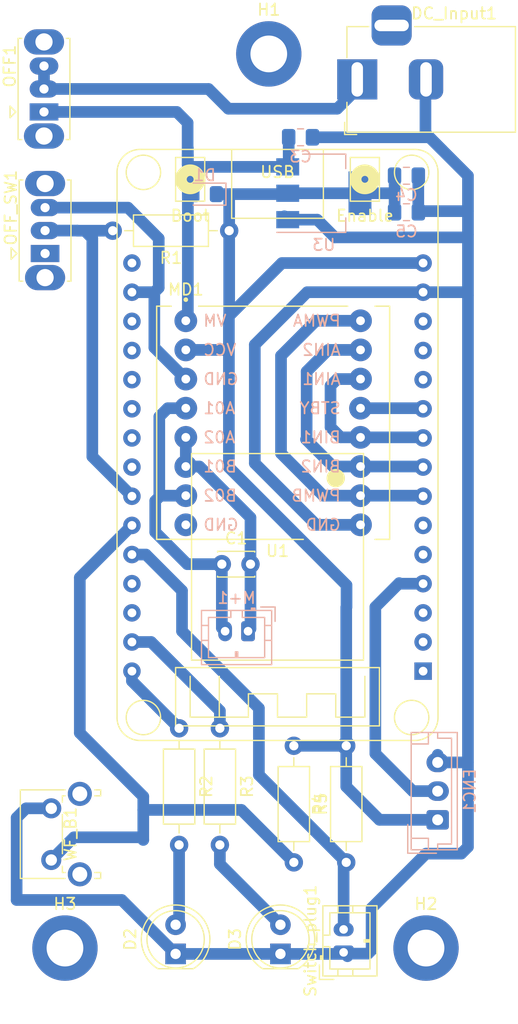
<source format=kicad_pcb>
(kicad_pcb (version 20211014) (generator pcbnew)
  (layers (0 "F.Cu" signal) (31 "B.Cu" signal) (34 "B.Paste" user) (35 "F.Paste" user) (36 "B.SilkS" user "B.Silkscreen") (37 "F.SilkS" user "F.Silkscreen") (38 "B.Mask" user) (39 "F.Mask" user) (44 "Edge.Cuts" user))
  (net 0 "")
  (net 1 "M+")
  (net 2 "M-")
  (net 3 "GND")
  (net 4 "/LedAct")
  (net 5 "/LedWifi")
  (net 6 "Net-(DC_Input1-Pad1)")
  (net 7 "+BATT")
  (net 8 "Net-(D2-Pad2)")
  (net 9 "+5V")
  (net 10 "Net-(D3-Pad2)")
  (net 16 "/Encoder")
  (net 17 "/Demo_SW")
  (net 21 "+3V3")
  (net 25 "/STBY")
  (net 26 "/AI1")
  (net 27 "/AI2")
  (net 28 "/PWMA")
  (net 34 "/EndSwitch")
  (net 35 "/WF_Button")
  (footprint "Button_Switch_THT:SW_Slide_1P2T_CK_OS102011MS2Q" (layer "F.Cu") (at 101.8975 90.356 90)
    (fp_text reference "OFF_SW1" (at 3.99 -2.99 90) (layer "F.SilkS"))
    (fp_text value "ON_SW")
    (fp_line (start -2.41 -2.26) (end 6.41 -2.26) (layer "F.SilkS") (width 0.12))
    (fp_line (start 0.5 -2.96) (end -0.5 -2.96) (layer "F.SilkS") (width 0.12))
    (fp_line (start -2.41 2.26) (end -2.41 1.95) (layer "F.SilkS") (width 0.12))
    (fp_line (start 6.41 2.26) (end 6.41 1.95) (layer "F.SilkS") (width 0.12))
    (fp_line (start 0 -2.46) (end 0.5 -2.96) (layer "F.SilkS") (width 0.12))
    (fp_line (start 6.41 2.26) (end -2.41 2.26) (layer "F.SilkS") (width 0.12))
    (fp_line (start -2.41 -1.95) (end -2.41 -2.26) (layer "F.SilkS") (width 0.12))
    (fp_line (start -0.5 -2.96) (end 0 -2.46) (layer "F.SilkS") (width 0.12))
    (fp_line (start 6.41 -2.26) (end 6.41 -1.95) (layer "F.SilkS") (width 0.12))
    (pad "" thru_hole oval (at -2.1 0 90) (size 2.2 3.5) (drill 1.5) (layers *.Cu *.Mask))
    (pad "" thru_hole oval (at 6.1 0 90) (size 2.2 3.5) (drill 1.5) (layers *.Cu *.Mask))
    (pad "1" thru_hole rect (at 0 0 90) (size 1.5 2.5) (drill 0.8) (layers *.Cu *.Mask))
    (pad "2" thru_hole oval (at 2 0 90) (size 1.5 2.5) (drill 0.8) (layers *.Cu *.Mask) (net 17 "/Demo_SW"))
    (pad "3" thru_hole oval (at 4 0 90) (size 1.5 2.5) (drill 0.8) (layers *.Cu *.Mask) (net 3 "GND"))
  )
  (footprint "Resistor_THT:R_Axial_DIN0207_L6.3mm_D2.5mm_P10.16mm_Horizontal" (layer "F.Cu") (at 117.1448 131.7244 -90)
    (fp_text reference "R3" (at 5.08 -2.37 90) (layer "F.SilkS"))
    (fp_text value "82")
    (fp_line (start 8.35 -1.37) (end 1.81 -1.37) (layer "F.SilkS") (width 0.12))
    (fp_line (start 9.12 0) (end 8.35 0) (layer "F.SilkS") (width 0.12))
    (fp_line (start 8.35 1.37) (end 8.35 -1.37) (layer "F.SilkS") (width 0.12))
    (fp_line (start 1.81 1.37) (end 8.35 1.37) (layer "F.SilkS") (width 0.12))
    (fp_line (start 1.81 -1.37) (end 1.81 1.37) (layer "F.SilkS") (width 0.12))
    (fp_line (start 1.04 0) (end 1.81 0) (layer "F.SilkS") (width 0.12))
    (pad "1" thru_hole circle (at 0 0 270) (size 1.6 1.6) (drill 0.8) (layers *.Cu *.Mask) (net 5 "/LedWifi"))
    (pad "2" thru_hole oval (at 10.16 0 270) (size 1.6 1.6) (drill 0.8) (layers *.Cu *.Mask) (net 10 "Net-(D3-Pad2)"))
  )
  (footprint "Resistor_THT:R_Axial_DIN0207_L6.3mm_D2.5mm_P10.16mm_Horizontal" (layer "F.Cu") (at 128.1684 143.4084 90)
    (fp_text reference "R4" (at 5.08 -2.37 90) (layer "F.SilkS"))
    (fp_text value "82")
    (fp_line (start 9.12 0) (end 8.35 0) (layer "F.SilkS") (width 0.12))
    (fp_line (start 8.35 1.37) (end 8.35 -1.37) (layer "F.SilkS") (width 0.12))
    (fp_line (start 1.81 1.37) (end 8.35 1.37) (layer "F.SilkS") (width 0.12))
    (fp_line (start 8.35 -1.37) (end 1.81 -1.37) (layer "F.SilkS") (width 0.12))
    (fp_line (start 1.04 0) (end 1.81 0) (layer "F.SilkS") (width 0.12))
    (fp_line (start 1.81 -1.37) (end 1.81 1.37) (layer "F.SilkS") (width 0.12))
    (pad "1" thru_hole circle (at 0 0 90) (size 1.6 1.6) (drill 0.8) (layers *.Cu *.Mask) (net 34 "/EndSwitch"))
    (pad "2" thru_hole oval (at 10.16 0 90) (size 1.6 1.6) (drill 0.8) (layers *.Cu *.Mask) (net 9 "+5V"))
  )
  (footprint "Resistor_THT:R_Axial_DIN0207_L6.3mm_D2.5mm_P10.16mm_Horizontal" (layer "F.Cu") (at 113.5888 131.7244 -90)
    (fp_text reference "R2" (at 5.08 -2.37 90) (layer "F.SilkS"))
    (fp_text value "82")
    (fp_line (start 9.12 0) (end 8.35 0) (layer "F.SilkS") (width 0.12))
    (fp_line (start 1.04 0) (end 1.81 0) (layer "F.SilkS") (width 0.12))
    (fp_line (start 8.35 -1.37) (end 1.81 -1.37) (layer "F.SilkS") (width 0.12))
    (fp_line (start 1.81 1.37) (end 8.35 1.37) (layer "F.SilkS") (width 0.12))
    (fp_line (start 8.35 1.37) (end 8.35 -1.37) (layer "F.SilkS") (width 0.12))
    (fp_line (start 1.81 -1.37) (end 1.81 1.37) (layer "F.SilkS") (width 0.12))
    (pad "1" thru_hole circle (at 0 0 270) (size 1.6 1.6) (drill 0.8) (layers *.Cu *.Mask) (net 4 "/LedAct"))
    (pad "2" thru_hole oval (at 10.16 0 270) (size 1.6 1.6) (drill 0.8) (layers *.Cu *.Mask) (net 8 "Net-(D2-Pad2)"))
  )
  (footprint "LED_THT:LED_D5.0mm" (layer "F.Cu") (at 122.427432 151.384 90)
    (fp_text reference "D3" (at 1.27 -3.96 90) (layer "F.SilkS"))
    (fp_text value "Gr")
    (fp_line (start -1.29 -1.545) (end -1.29 1.545) (layer "F.SilkS") (width 0.12))
    (fp_arc (start 4.26 -0.000462) (mid 2.072002 2.880433) (end -1.29 1.54483) (layer "F.SilkS") (width 0.12))
    (fp_arc (start -1.29 -1.54483) (mid 2.072002 -2.880433) (end 4.26 0.000462) (layer "F.SilkS") (width 0.12))
    (fp_circle (center 1.27 0) (end 3.77 0) (layer "F.SilkS") (width 0.12) (fill none))
    (pad "1" thru_hole rect (at 0 0 90) (size 1.8 1.8) (drill 0.9) (layers *.Cu *.Mask) (net 3 "GND"))
    (pad "2" thru_hole circle (at 2.54 0 90) (size 1.8 1.8) (drill 0.9) (layers *.Cu *.Mask) (net 10 "Net-(D3-Pad2)"))
  )
  (footprint "MountingHole:MountingHole_3.2mm_M3_ISO7380_Pad" (layer "F.Cu") (at 135.128 150.876)
    (fp_text reference "H2" (at 0 -3.85) (layer "F.SilkS"))
    (fp_text value "MountingHole")
    (pad "1" thru_hole circle (at 0 0) (size 5.7 5.7) (drill 3.2) (layers *.Cu *.Mask))
  )
  (footprint "ESP32_30PIN:esp32_devkit_v1_doit" (layer "F.Cu") (at 122.174 126.746 180)
    (fp_text reference "U1" (at 0 10.47) (layer "F.SilkS"))
    (fp_text value "ESP32_DevKit_V1_DOIT")
    (fp_text user "USB" (at 0 43.49) (layer "F.SilkS"))
    (fp_text user "Enable" (at -7.62 39.68) (layer "F.SilkS"))
    (fp_text user "Boot" (at 7.62 39.68) (layer "F.SilkS"))
    (fp_line (start 0 -1.976) (end 2.54 -1.976) (layer "F.SilkS") (width 0.12))
    (fp_line (start -6.35 40.95) (end -6.35 44.76) (layer "F.SilkS") (width 0.12))
    (fp_line (start 8.89 -4.77) (end 8.89 0.31) (layer "F.SilkS") (width 0.12))
    (fp_line (start 2.54 -1.976) (end 2.54 -4.008) (layer "F.SilkS") (width 0.12))
    (fp_line (start 4 39.46) (end 4 45.46) (layer "F.SilkS") (width 0.12))
    (fp_line (start 14 43.46) (end 14 -4.04) (layer "F.SilkS") (width 0.12))
    (fp_line (start -8.89 40.95) (end -6.35 40.95) (layer "F.SilkS") (width 0.12))
    (fp_line (start 6.35 40.95) (end 8.89 40.95) (layer "F.SilkS") (width 0.12))
    (fp_line (start -2.54 -1.976) (end -2.54 -4.008) (layer "F.SilkS") (width 0.12))
    (fp_line (start 0 -4.008) (end 0 -1.976) (layer "F.SilkS") (width 0.12))
    (fp_line (start -8.89 44.76) (end -8.89 40.95) (layer "F.SilkS") (width 0.12))
    (fp_line (start -5.08 -1.976) (end -2.54 -1.976) (layer "F.SilkS") (width 0.12))
    (fp_line (start -7.62 -4.008) (end -5.08 -4.008) (layer "F.SilkS") (width 0.12))
    (fp_line (start -2.54 -4.008) (end 0 -4.008) (layer "F.SilkS") (width 0.12))
    (fp_line (start -6.35 44.76) (end -8.89 44.76) (layer "F.SilkS") (width 0.12))
    (fp_line (start 7.5 0.96) (end 7.5 18.96) (layer "F.SilkS") (width 0.12))
    (fp_line (start -4 39.46) (end -4 45.46) (layer "F.SilkS") (width 0.12))
    (fp_line (start 8.89 40.95) (end 8.89 44.76) (layer "F.SilkS") (width 0.12))
    (fp_line (start 8.89 0.31) (end -8.89 0.31) (layer "F.SilkS") (width 0.12))
    (fp_line (start -14 -4.04) (end -14 43.46) (layer "F.SilkS") (width 0.12))
    (fp_line (start 5.08 -4.008) (end 5.08 -0.452) (layer "F.SilkS") (width 0.12))
    (fp_line (start 7.62 -4.008) (end 7.62 -0.452) (layer "F.SilkS") (width 0.12))
    (fp_line (start 2.54 -4.008) (end 7.62 -4.008) (layer "F.SilkS") (width 0.12))
    (fp_line (start 8.89 44.76) (end 6.35 44.76) (layer "F.SilkS") (width 0.12))
    (fp_line (start 6.35 44.76) (end 6.35 40.95) (layer "F.SilkS") (width 0.12))
    (fp_line (start -8.89 -4.77) (end 8.89 -4.77) (layer "F.SilkS") (width 0.12))
    (fp_line (start 7.5 18.96) (end -7.5 18.96) (layer "F.SilkS") (width 0.12))
    (fp_line (start -8.89 0.31) (end -8.89 -4.77) (layer "F.SilkS") (width 0.12))
    (fp_line (start -12 -6.04) (end 12 -6.04) (layer "F.SilkS") (width 0.12))
    (fp_line (start -4 39.46) (end 4 39.46) (layer "F.SilkS") (width 0.12))
    (fp_line (start -7.5 0.96) (end 7.5 0.96) (layer "F.SilkS") (width 0.12))
    (fp_line (start -5.08 -4.008) (end -5.08 -1.976) (layer "F.SilkS") (width 0.12))
    (fp_line (start -12 45.46) (end 12 45.46) (layer "F.SilkS") (width 0.12))
    (fp_line (start -7.5 18.96) (end -7.5 0.96) (layer "F.SilkS") (width 0.12))
    (fp_line (start -7.62 -0.452) (end -7.62 -4.008) (layer "F.SilkS") (width 0.12))
    (fp_arc (start 14 43.46) (mid 13.414214 44.874214) (end 12 45.46) (layer "F.SilkS") (width 0.12))
    (fp_arc (start 12 -6.04) (mid 13.414214 -5.454214) (end 14 -4.04) (layer "F.SilkS") (width 0.12))
    (fp_arc (start -12 45.46) (mid -13.414214 44.874214) (end -14 43.46) (layer "F.SilkS") (width 0.12))
    (fp_arc (start -14 -4.04) (mid -13.414214 -5.454214) (end -12 -6.04) (layer "F.SilkS") (width 0.12))
    (fp_circle (center -11.7 -4.04) (end -10.2 -4.04) (layer "F.SilkS") (width 0.12) (fill none))
    (fp_circle (center 11.7 -4.04) (end 13.2 -4.04) (layer "F.SilkS") (width 0.12) (fill none))
    (fp_circle (center -11.7 43.46) (end -10.2 43.46) (layer "F.SilkS") (width 0.12) (fill none))
    (fp_circle (center 11.7 43.46) (end 13.2 43.46) (layer "F.SilkS") (width 0.12) (fill none))
    (fp_circle (center -5.08 16.82) (end -4.68 16.82) (layer "F.SilkS") (width 0.8) (fill none))
    (fp_circle (center 7.62 42.855) (end 7.92 42.855) (layer "F.SilkS") (width 1) (fill none))
    (fp_circle (center -7.62 42.855) (end -7.32 42.855) (layer "F.SilkS") (width 1) (fill none))
    (pad "1" thru_hole rect locked (at -12.7 0 180) (size 1.524 1.524) (drill 0.762) (layers *.Cu *.Mask))
    (pad "2" thru_hole circle locked (at -12.7 2.54 180) (size 1.524 1.524) (drill 0.762) (layers *.Cu *.Mask))
    (pad "3" thru_hole circle locked (at -12.7 5.08 180) (size 1.524 1.524) (drill 0.762) (layers *.Cu *.Mask))
    (pad "4" thru_hole circle locked (at -12.7 7.62 180) (size 1.524 1.524) (drill 0.762) (layers *.Cu *.Mask) (net 16 "/Encoder"))
    (pad "5" thru_hole circle locked (at -12.7 10.16 180) (size 1.524 1.524) (drill 0.762) (layers *.Cu *.Mask))
    (pad "6" thru_hole circle locked (at -12.7 12.7 180) (size 1.524 1.524) (drill 0.762) (layers *.Cu *.Mask))
    (pad "7" thru_hole circle locked (at -12.7 15.24 180) (size 1.524 1.524) (drill 0.762) (layers *.Cu *.Mask) (net 28 "/PWMA"))
    (pad "8" thru_hole circle locked (at -12.7 17.78 180) (size 1.524 1.524) (drill 0.762) (layers *.Cu *.Mask) (net 27 "/AI2"))
    (pad "9" thru_hole circle locked (at -12.7 20.32 180) (size 1.524 1.524) (drill 0.762) (layers *.Cu *.Mask) (net 26 "/AI1"))
    (pad "10" thru_hole circle locked (at -12.7 22.86 180) (size 1.524 1.524) (drill 0.762) (layers *.Cu *.Mask) (net 25 "/STBY"))
    (pad "11" thru_hole circle locked (at -12.7 25.4 180) (size 1.524 1.524) (drill 0.762) (layers *.Cu *.Mask))
    (pad "12" thru_hole circle locked (at -12.7 27.94 180) (size 1.524 1.524) (drill 0.762) (layers *.Cu *.Mask))
    (pad "13" thru_hole circle locked (at -12.7 30.48 180) (size 1.524 1.524) (drill 0.762) (layers *.Cu *.Mask))
    (pad "14" thru_hole circle locked (at -12.7 33.02 180) (size 1.524 1.524) (drill 0.762) (layers *.Cu *.Mask) (net 3 "GND"))
    (pad "15" thru_hole circle locked (at -12.7 35.56 180) (size 1.524 1.524) (drill 0.762) (layers *.Cu *.Mask) (net 9 "+5V"))
    (pad "16" thru_hole circle locked (at 12.7 35.56 180) (size 1.524 1.524) (drill 0.762) (layers *.Cu *.Mask) (net 21 "+3V3"))
    (pad "17" thru_hole circle locked (at 12.7 33.02 180) (size 1.524 1.524) (drill 0.762) (layers *.Cu *.Mask) (net 3 "GND"))
    (pad "18" thru_hole circle locked (at 12.7 30.48 180) (size 1.524 1.524) (drill 0.762) (layers *.Cu *.Mask))
    (pad "19" thru_hole circle locked (at 12.7 27.94 180) (size 1.524 1.524) (drill 0.762) (layers *.Cu *.Mask))
    (pad "20" thru_hole circle locked (at 12.7 25.4 180) (size 1.524 1.524) (drill 0.762) (layers *.Cu *.Mask))
    (pad "21" thru_hole circle locked (at 12.7 22.86 180) (size 1.524 1.524) (drill 0.762) (layers *.Cu *.Mask))
    (pad "22" thru_hole circle locked (at 12.7 20.32 180) (size 1.524 1.524) (drill 0.762) (layers *.Cu *.Mask))
    (pad "23" thru_hole circle locked (at 12.7 17.78 180) (size 1.524 1.524) (drill 0.762) (layers *.Cu *.Mask))
    (pad "24" thru_hole circle locked (at 12.7 15.24 180) (size 1.524 1.524) (drill 0.762) (layers *.Cu *.Mask) (net 17 "/Demo_SW"))
    (pad "25" thru_hole circle locked (at 12.7 12.7 180) (size 1.524 1.524) (drill 0.762) (layers *.Cu *.Mask) (net 35 "/WF_Button"))
    (pad "26" thru_hole circle locked (at 12.7 10.16 180) (size 1.524 1.524) (drill 0.762) (layers *.Cu *.Mask) (net 34 "/EndSwitch"))
    (pad "27" thru_hole circle locked (at 12.7 7.62 180) (size 1.524 1.524) (drill 0.762) (layers *.Cu *.Mask))
    (pad "28" thru_hole circle locked (at 12.7 5.08 180) (size 1.524 1.524) (drill 0.762) (layers *.Cu *.Mask))
    (pad "29" thru_hole circle locked (at 12.7 2.54 180) (size 1.524 1.524) (drill 0.762) (layers *.Cu *.Mask) (net 5 "/LedWifi"))
    (pad "30" thru_hole circle locked (at 12.7 0 180) (size 1.524 1.524) (drill 0.762) (layers *.Cu *.Mask) (net 4 "/LedAct"))
  )
  (footprint "MountingHole:MountingHole_3.2mm_M3_ISO7380_Pad" (layer "F.Cu") (at 103.632 150.876)
    (fp_text reference "H3" (at 0 -3.85) (layer "F.SilkS"))
    (fp_text value "MountingHole")
    (pad "1" thru_hole circle (at 0 0) (size 5.7 5.7) (drill 3.2) (layers *.Cu *.Mask))
  )
  (footprint "TB6612FNG:MODULE_TB6612FNG Motor" (layer "F.Cu") (at 121.793 105.1052)
    (fp_text reference "MD1" (at -7.62 -11.6132) (layer "F.SilkS"))
    (fp_text value "TB6612FNG")
    (fp_text user "PWMB" (at 3.738572 6.35 unlocked) (layer "B.SilkS") (effects (justify mirror)))
    (fp_text user "AIN2" (at 4.214762 -6.35 unlocked) (layer "B.SilkS") (effects (justify mirror)))
    (fp_text user "GND" (at -4.556191 8.89 unlocked) (layer "B.SilkS") (effects (justify mirror)))
    (fp_text user "GND" (at -4.556191 -3.81 unlocked) (layer "B.SilkS") (effects (justify mirror)))
    (fp_text user "BIN2" (at 4.143334 3.81 unlocked) (layer "B.SilkS") (effects (justify mirror)))
    (fp_text user "PWMA" (at 3.81 -8.89 unlocked) (layer "B.SilkS") (effects (justify mirror)))
    (fp_text user "STBY" (at 4.095714 -1.27 unlocked) (layer "B.SilkS") (effects (justify mirror)))
    (fp_text user "BIN1" (at 4.143334 1.27 unlocked) (layer "B.SilkS") (effects (justify mirror)))
    (fp_text user "A02" (at -4.699048 1.27 unlocked) (layer "B.SilkS") (effects (justify mirror)))
    (fp_text user "B02" (at -4.627619 6.35 unlocked) (layer "B.SilkS") (effects (justify mirror)))
    (fp_text user "A01" (at -4.699048 -1.27 unlocked) (layer "B.SilkS") (effects (justify mirror)))
    (fp_text user "AIN1" (at 4.214762 -3.81 unlocked) (layer "B.SilkS") (effects (justify mirror)))
    (fp_text user "GND" (at 4.357619 8.89 unlocked) (layer "B.SilkS") (effects (justify mirror)))
    (fp_text user "B01" (at -4.627619 3.81 unlocked) (layer "B.SilkS") (effects (justify mirror)))
    (fp_text user "VM" (at -5.08 -8.89 unlocked) (layer "B.SilkS") (effects (justify mirror)))
    (fp_text user "VCC" (at -4.651429 -6.35 unlocked) (layer "B.SilkS") (effects (justify mirror)))
    (fp_line (start 8.89 10.16) (end 10.16 10.16) (layer "F.SilkS") (width 0.127))
    (fp_line (start 8.89 -10.16) (end 10.16 -10.16) (layer "F.SilkS") (width 0.127))
    (fp_line (start -6.5 -10.16) (end 6.5 -10.16) (layer "F.SilkS") (width 0.127))
    (fp_line (start -10.16 -10.16) (end -10.16 10.16) (layer "F.SilkS") (width 0.127))
    (fp_line (start -8.89 10.16) (end -10.16 10.16) (layer "F.SilkS") (width 0.127))
    (fp_line (start 10.16 10.16) (end 10.16 -10.16) (layer "F.SilkS") (width 0.127))
    (fp_line (start -8.89 -10.16) (end -10.16 -10.16) (layer "F.SilkS") (width 0.127))
    (fp_line (start -10.16 10.16) (end 2.6285 10.16) (layer "F.SilkS") (width 0.127))
    (fp_circle (center -7.62 -10.7282) (end -7.52 -10.7282) (layer "F.SilkS") (width 0.2) (fill none))
    (pad "1" thru_hole circle (at -7.62 -8.89) (size 1.98 1.98) (drill 0.762) (layers *.Cu *.Mask) (net 7 "+BATT"))
    (pad "2" thru_hole circle (at -7.62 -6.35) (size 1.98 1.98) (drill 0.762) (layers *.Cu *.Mask) (net 9 "+5V"))
    (pad "3" thru_hole circle (at -7.62 -3.81) (size 1.98 1.98) (drill 0.762) (layers *.Cu *.Mask) (net 3 "GND"))
    (pad "4" thru_hole circle (at -7.62 -1.27) (size 1.98 1.98) (drill 0.762) (layers *.Cu *.Mask) (net 1 "M+"))
    (pad "5" thru_hole circle (at -7.62 1.27) (size 1.98 1.98) (drill 0.762) (layers *.Cu *.Mask) (net 2 "M-"))
    (pad "6" thru_hole circle (at -7.62 3.81) (size 1.98 1.98) (drill 0.762) (layers *.Cu *.Mask) (net 2 "M-"))
    (pad "7" thru_hole circle (at -7.62 6.35) (size 1.98 1.98) (drill 0.762) (layers *.Cu *.Mask) (net 1 "M+"))
    (pad "8" thru_hole circle (at -7.62 8.89) (size 1.98 1.98) (drill 0.762) (layers *.Cu *.Mask) (net 3 "GND"))
    (pad "9" thru_hole circle (at 7.62 8.89) (size 1.98 1.98) (drill 0.762) (layers *.Cu *.Mask) (net 3 "GND"))
    (pad "10" thru_hole circle (at 7.62 6.35) (size 1.98 1.98) (drill 0.762) (layers *.Cu *.Mask) (net 28 "/PWMA"))
    (pad "11" thru_hole circle (at 7.62 3.81) (size 1.98 1.98) (drill 0.762) (layers *.Cu *.Mask) (net 27 "/AI2"))
    (pad "12" thru_hole circle (at 7.62 1.27) (size 1.98 1.98) (drill 0.762) (layers *.Cu *.Mask) (net 26 "/AI1"))
    (pad "13" thru_hole circle (at 7.62 -1.27) (size 1.98 1.98) (drill 0.762) (layers *.Cu *.Mask) (net 25 "/STBY"))
    (pad "14" thru_hole circle (at 7.62 -3.81) (size 1.98 1.98) (drill 0.762) (layers *.Cu *.Mask) (net 26 "/AI1"))
    (pad "15" thru_hole circle (at 7.62 -6.35) (size 1.98 1.98) (drill 0.762) (layers *.Cu *.Mask) (net 27 "/AI2"))
    (pad "16" thru_hole circle (at 7.62 -8.89) (size 1.98 1.98) (drill 0.762) (layers *.Cu *.Mask) (net 28 "/PWMA"))
  )
  (footprint "Capacitor_THT:C_Disc_D3.0mm_W2.0mm_P2.50mm" (layer "F.Cu") (at 117.316 117.4242)
    (fp_text reference "C1" (at 1.25 -2.25) (layer "F.SilkS"))
    (fp_text value "CAP")
    (fp_line (start -0.37 1.055) (end -0.37 1.12) (layer "F.SilkS") (width 0.12))
    (fp_line (start -0.37 1.12) (end 2.87 1.12) (layer "F.SilkS") (width 0.12))
    (fp_line (start 2.87 -1.12) (end 2.87 -1.055) (layer "F.SilkS") (width 0.12))
    (fp_line (start -0.37 -1.12) (end 2.87 -1.12) (layer "F.SilkS") (width 0.12))
    (fp_line (start 2.87 1.055) (end 2.87 1.12) (layer "F.SilkS") (width 0.12))
    (fp_line (start -0.37 -1.12) (end -0.37 -1.055) (layer "F.SilkS") (width 0.12))
    (pad "1" thru_hole circle (at 0 0) (size 1.6 1.6) (drill 0.8) (layers *.Cu *.Mask) (net 1 "M+"))
    (pad "2" thru_hole circle (at 2.5 0) (size 1.6 1.6) (drill 0.8) (layers *.Cu *.Mask) (net 2 "M-"))
  )
  (footprint "Resistor_THT:R_Axial_DIN0207_L6.3mm_D2.5mm_P10.16mm_Horizontal" (layer "F.Cu") (at 123.5964 133.2484 -90)
    (fp_text reference "R5" (at 5.08 -2.37 90) (layer "F.SilkS"))
    (fp_text value "82")
    (fp_line (start 1.81 -1.37) (end 1.81 1.37) (layer "F.SilkS") (width 0.12))
    (fp_line (start 8.35 1.37) (end 8.35 -1.37) (layer "F.SilkS") (width 0.12))
    (fp_line (start 1.04 0) (end 1.81 0) (layer "F.SilkS") (width 0.12))
    (fp_line (start 9.12 0) (end 8.35 0) (layer "F.SilkS") (width 0.12))
    (fp_line (start 1.81 1.37) (end 8.35 1.37) (layer "F.SilkS") (width 0.12))
    (fp_line (start 8.35 -1.37) (end 1.81 -1.37) (layer "F.SilkS") (width 0.12))
    (pad "1" thru_hole circle (at 0 0 270) (size 1.6 1.6) (drill 0.8) (layers *.Cu *.Mask) (net 9 "+5V"))
    (pad "2" thru_hole oval (at 10.16 0 270) (size 1.6 1.6) (drill 0.8) (layers *.Cu *.Mask) (net 35 "/WF_Button"))
  )
  (footprint "LED_THT:LED_D5.0mm" (layer "F.Cu") (at 113.284 151.384 90)
    (fp_text reference "D2" (at 1.27 -3.96 90) (layer "F.SilkS"))
    (fp_text value "Yw")
    (fp_line (start -1.29 -1.545) (end -1.29 1.545) (layer "F.SilkS") (width 0.12))
    (fp_arc (start 4.26 -0.000462) (mid 2.072002 2.880433) (end -1.29 1.54483) (layer "F.SilkS") (width 0.12))
    (fp_arc (start -1.29 -1.54483) (mid 2.072002 -2.880433) (end 4.26 0.000462) (layer "F.SilkS") (width 0.12))
    (fp_circle (center 1.27 0) (end 3.77 0) (layer "F.SilkS") (width 0.12) (fill none))
    (pad "1" thru_hole rect (at 0 0 90) (size 1.8 1.8) (drill 0.9) (layers *.Cu *.Mask) (net 3 "GND"))
    (pad "2" thru_hole circle (at 2.54 0 90) (size 1.8 1.8) (drill 0.9) (layers *.Cu *.Mask) (net 8 "Net-(D2-Pad2)"))
  )
  (footprint "Connector_JST:JST_PH_B2B-PH-K_1x02_P2.00mm_Vertical" (layer "F.Cu") (at 127.9398 151.2504 90)
    (fp_text reference "Switch_plug1" (at 1 -2.9 90) (layer "F.SilkS"))
    (fp_text value "SW")
    (fp_line (start -0.3 -1.81) (end -0.3 -2.01) (layer "F.SilkS") (width 0.12))
    (fp_line (start 4.06 -1.81) (end -2.06 -1.81) (layer "F.SilkS") (width 0.12))
    (fp_line (start -1.45 2.3) (end 3.45 2.3) (layer "F.SilkS") (width 0.12))
    (fp_line (start 0.9 2.3) (end 0.9 1.8) (layer "F.SilkS") (width 0.12))
    (fp_line (start -0.6 -2.01) (end -0.6 -1.81) (layer "F.SilkS") (width 0.12))
    (fp_line (start 0.9 1.8) (end 1.1 1.8) (layer "F.SilkS") (width 0.12))
    (fp_line (start 0.5 -1.81) (end 0.5 -1.2) (layer "F.SilkS") (width 0.12))
    (fp_line (start 4.06 2.91) (end 4.06 -1.81) (layer "F.SilkS") (width 0.12))
    (fp_line (start -2.06 -1.81) (end -2.06 2.91) (layer "F.SilkS") (width 0.12))
    (fp_line (start -2.06 0.8) (end -1.45 0.8) (layer "F.SilkS") (width 0.12))
    (fp_line (start 1.5 -1.2) (end 1.5 -1.81) (layer "F.SilkS") (width 0.12))
    (fp_line (start 0.5 -1.2) (end -1.45 -1.2) (layer "F.SilkS") (width 0.12))
    (fp_line (start 1.1 1.8) (end 1.1 2.3) (layer "F.SilkS") (width 0.12))
    (fp_line (start -2.06 -0.5) (end -1.45 -0.5) (layer "F.SilkS") (width 0.12))
    (fp_line (start -2.06 2.91) (end 4.06 2.91) (layer "F.SilkS") (width 0.12))
    (fp_line (start 3.45 -1.2) (end 1.5 -1.2) (layer "F.SilkS") (width 0.12))
    (fp_line (start -1.11 -2.11) (end -2.36 -2.11) (layer "F.SilkS") (width 0.12))
    (fp_line (start 3.45 2.3) (end 3.45 -1.2) (layer "F.SilkS") (width 0.12))
    (fp_line (start 1 2.3) (end 1 1.8) (layer "F.SilkS") (width 0.12))
    (fp_line (start -2.36 -2.11) (end -2.36 -0.86) (layer "F.SilkS") (width 0.12))
    (fp_line (start -0.3 -1.91) (end -0.6 -1.91) (layer "F.SilkS") (width 0.12))
    (fp_line (start 4.06 0.8) (end 3.45 0.8) (layer "F.SilkS") (width 0.12))
    (fp_line (start 4.06 -0.5) (end 3.45 -0.5) (layer "F.SilkS") (width 0.12))
    (fp_line (start -1.45 -1.2) (end -1.45 2.3) (layer "F.SilkS") (width 0.12))
    (fp_line (start -0.3 -2.01) (end -0.6 -2.01) (layer "F.SilkS") (width 0.12))
    (pad "1" thru_hole roundrect (at 0 0 90) (size 1.2 1.75) (drill 0.75) (layers *.Cu *.Mask) (roundrect_rratio 0.208333) (net 3 "GND"))
    (pad "2" thru_hole oval (at 2 0 90) (size 1.2 1.75) (drill 0.75) (layers *.Cu *.Mask) (net 34 "/EndSwitch"))
  )
  (footprint "Connector_BarrelJack:BarrelJack_Horizontal" (layer "F.Cu") (at 129.128 75.184 180)
    (fp_text reference "DC_Input1" (at -8.45 5.75) (layer "F.SilkS"))
    (fp_text value "Jack-DC")
    (fp_line (start 0.9 -4.6) (end 0.9 -2) (layer "F.SilkS") (width 0.12))
    (fp_line (start 0.9 1.9) (end 0.9 4.6) (layer "F.SilkS") (width 0.12))
    (fp_line (start -13.8 -4.6) (end 0.9 -4.6) (layer "F.SilkS") (width 0.12))
    (fp_line (start 0.9 4.6) (end -1 4.6) (layer "F.SilkS") (width 0.12))
    (fp_line (start -13.8 4.6) (end -13.8 -4.6) (layer "F.SilkS") (width 0.12))
    (fp_line (start 1.1 -3.75) (end 1.1 -4.8) (layer "F.SilkS") (width 0.12))
    (fp_line (start 0.05 -4.8) (end 1.1 -4.8) (layer "F.SilkS") (width 0.12))
    (fp_line (start -5 4.6) (end -13.8 4.6) (layer "F.SilkS") (width 0.12))
    (pad "1" thru_hole rect (at 0 0 180) (size 3.5 3.5) (drill oval 1 3) (layers *.Cu *.Mask) (net 6 "Net-(DC_Input1-Pad1)"))
    (pad "2" thru_hole roundrect (at -6 0 180) (size 3 3.5) (drill oval 1 3) (layers *.Cu *.Mask) (net 3 "GND"))
    (pad "3" thru_hole roundrect (at -3 4.7 180) (size 3.5 3.5) (drill oval 3 1) (layers *.Cu *.Mask))
  )
  (footprint "Resistor_THT:R_Axial_DIN0207_L6.3mm_D2.5mm_P10.16mm_Horizontal" (layer "F.Cu") (at 117.9576 88.3666 180)
    (fp_text reference "R1" (at 5.08 -2.37) (layer "F.SilkS"))
    (fp_text value "82")
    (fp_line (start 8.35 1.37) (end 8.35 -1.37) (layer "F.SilkS") (width 0.12))
    (fp_line (start 1.81 1.37) (end 8.35 1.37) (layer "F.SilkS") (width 0.12))
    (fp_line (start 8.35 -1.37) (end 1.81 -1.37) (layer "F.SilkS") (width 0.12))
    (fp_line (start 1.81 -1.37) (end 1.81 1.37) (layer "F.SilkS") (width 0.12))
    (fp_line (start 1.04 0) (end 1.81 0) (layer "F.SilkS") (width 0.12))
    (fp_line (start 9.12 0) (end 8.35 0) (layer "F.SilkS") (width 0.12))
    (pad "1" thru_hole circle (at 0 0 180) (size 1.6 1.6) (drill 0.8) (layers *.Cu *.Mask) (net 9 "+5V"))
    (pad "2" thru_hole oval (at 10.16 0 180) (size 1.6 1.6) (drill 0.8) (layers *.Cu *.Mask) (net 17 "/Demo_SW"))
  )
  (footprint "Button_Switch_THT:SW_Slide_1P2T_CK_OS102011MS2Q" (layer "F.Cu") (at 101.8032 78.0182 90)
    (fp_text reference "OFF1" (at 3.99 -2.99 90) (layer "F.SilkS"))
    (fp_text value "ON")
    (fp_line (start -0.5 -2.96) (end 0 -2.46) (layer "F.SilkS") (width 0.12))
    (fp_line (start 0 -2.46) (end 0.5 -2.96) (layer "F.SilkS") (width 0.12))
    (fp_line (start 6.41 2.26) (end -2.41 2.26) (layer "F.SilkS") (width 0.12))
    (fp_line (start 6.41 -2.26) (end 6.41 -1.95) (layer "F.SilkS") (width 0.12))
    (fp_line (start -2.41 -1.95) (end -2.41 -2.26) (layer "F.SilkS") (width 0.12))
    (fp_line (start 0.5 -2.96) (end -0.5 -2.96) (layer "F.SilkS") (width 0.12))
    (fp_line (start 6.41 2.26) (end 6.41 1.95) (layer "F.SilkS") (width 0.12))
    (fp_line (start -2.41 -2.26) (end 6.41 -2.26) (layer "F.SilkS") (width 0.12))
    (fp_line (start -2.41 2.26) (end -2.41 1.95) (layer "F.SilkS") (width 0.12))
    (pad "" thru_hole oval (at 6.1 0 90) (size 2.2 3.5) (drill 1.5) (layers *.Cu *.Mask))
    (pad "" thru_hole oval (at -2.1 0 90) (size 2.2 3.5) (drill 1.5) (layers *.Cu *.Mask))
    (pad "1" thru_hole rect (at 0 0 90) (size 1.5 2.5) (drill 0.8) (layers *.Cu *.Mask) (net 7 "+BATT"))
    (pad "2" thru_hole oval (at 2 0 90) (size 1.5 2.5) (drill 0.8) (layers *.Cu *.Mask) (net 6 "Net-(DC_Input1-Pad1)"))
    (pad "3" thru_hole oval (at 4 0 90) (size 1.5 2.5) (drill 0.8) (layers *.Cu *.Mask) (net 6 "Net-(DC_Input1-Pad1)"))
  )
  (footprint "MountingHole:MountingHole_3.2mm_M3_ISO7380_Pad" (layer "F.Cu") (at 121.412 72.9636)
    (fp_text reference "H1" (at 0 -3.85) (layer "F.SilkS"))
    (fp_text value "MountingHole")
    (pad "1" thru_hole circle (at 0 0) (size 5.7 5.7) (drill 3.2) (layers *.Cu *.Mask))
  )
  (footprint "Button_Switch_THT:SW_Tactile_SPST_Angled_PTS645Vx39-2LFS" (layer "F.Cu") (at 102.4374 143.1998 90)
    (fp_text reference "WF_B1" (at 2.25 1.68 90) (layer "F.SilkS"))
    (fp_text value "SW_WF")
    (fp_line (start 5.59 3.8) (end 5.59 4.31) (layer "F.SilkS") (width 0.12))
    (fp_line (start 5.59 4.31) (end 6.11 4.31) (layer "F.SilkS") (width 0.12))
    (fp_line (start -1.61 -2.7) (end -1.61 1.2) (layer "F.SilkS") (width 0.12))
    (fp_line (start -1.61 -2.7) (end 6.11 -2.7) (layer "F.SilkS") (width 0.12))
    (fp_line (start -1.61 3.8) (end -1.61 4.31) (layer "F.SilkS") (width 0.12))
    (fp_line (start -1.09 3.8) (end -1.09 4.31) (layer "F.SilkS") (width 0.12))
    (fp_line (start 5.05 0.97) (end 5.59 0.97) (layer "F.SilkS") (width 0.12))
    (fp_line (start 5.59 0.97) (end 5.59 1.2) (layer "F.SilkS") (width 0.12))
    (fp_line (start -1.09 0.97) (end -1.09 1.2) (layer "F.SilkS") (width 0.12))
    (fp_line (start 6.11 -2.7) (end 6.11 1.2) (layer "F.SilkS") (width 0.12))
    (fp_line (start -1.09 0.97) (end -0.55 0.97) (layer "F.SilkS") (width 0.12))
    (fp_line (start 6.11 3.8) (end 6.11 4.31) (layer "F.SilkS") (width 0.12))
    (fp_line (start -1.61 4.31) (end -1.09 4.31) (layer "F.SilkS") (width 0.12))
    (fp_line (start 0.55 0.97) (end 3.95 0.97) (layer "F.SilkS") (width 0.12))
    (pad "" thru_hole circle (at 5.76 2.49 90) (size 2.1 2.1) (drill 1.3) (layers *.Cu *.Mask))
    (pad "" thru_hole circle (at -1.25 2.49 90) (size 2.1 2.1) (drill 1.3) (layers *.Cu *.Mask))
    (pad "1" thru_hole circle (at 0 0 90) (size 1.75 1.75) (drill 0.99) (layers *.Cu *.Mask) (net 35 "/WF_Button"))
    (pad "2" thru_hole circle (at 4.5 0 90) (size 1.75 1.75) (drill 0.99) (layers *.Cu *.Mask) (net 3 "GND"))
  )
  (footprint "Package_TO_SOT_SMD:SOT-223-3_TabPin2" (layer "B.Cu") (at 126.2161 85.1048)
    (fp_text reference "U3" (at 0 4.5) (layer "B.SilkS") (effects (justify mirror)))
    (fp_text value "AMS1117-5.0")
    (fp_line (start -4.1 3.41) (end 1.91 3.41) (layer "B.SilkS") (width 0.12))
    (fp_line (start 1.91 -3.41) (end 1.91 -2.15) (layer "B.SilkS") (width 0.12))
    (fp_line (start 1.91 3.41) (end 1.91 2.15) (layer "B.SilkS") (width 0.12))
    (fp_line (start -1.85 -3.41) (end 1.91 -3.41) (layer "B.SilkS") (width 0.12))
    (pad "1" smd rect (at -3.15 2.3) (size 2 1.5) (layers "B.Cu" "B.Paste" "B.Mask") (net 3 "GND"))
    (pad "2" smd rect (at 3.15 0) (size 2 3.8) (layers "B.Cu" "B.Paste" "B.Mask") (net 9 "+5V"))
    (pad "2" smd rect (at -3.15 0) (size 2 1.5) (layers "B.Cu" "B.Paste" "B.Mask") (net 9 "+5V"))
    (pad "3" smd rect (at -3.15 -2.3) (size 2 1.5) (layers "B.Cu" "B.Paste" "B.Mask") (net 7 "+BATT"))
  )
  (footprint "Connector_JST:JST_PH_B2B-PH-K_1x02_P2.00mm_Vertical" (layer "B.Cu") (at 119.602 123.2662 180)
    (fp_text reference "M+1" (at 1 2.9) (layer "B.SilkS") (effects (justify mirror)))
    (fp_text value "M-")
    (fp_line (start 0.5 1.81) (end 0.5 1.2) (layer "B.SilkS") (width 0.12))
    (fp_line (start -0.3 2.01) (end -0.6 2.01) (layer "B.SilkS") (width 0.12))
    (fp_line (start 0.5 1.2) (end -1.45 1.2) (layer "B.SilkS") (width 0.12))
    (fp_line (start 4.06 -0.8) (end 3.45 -0.8) (layer "B.SilkS") (width 0.12))
    (fp_line (start -1.11 2.11) (end -2.36 2.11) (layer "B.SilkS") (width 0.12))
    (fp_line (start 1.1 -1.8) (end 1.1 -2.3) (layer "B.SilkS") (width 0.12))
    (fp_line (start 3.45 -2.3) (end 3.45 1.2) (layer "B.SilkS") (width 0.12))
    (fp_line (start 1 -2.3) (end 1 -1.8) (layer "B.SilkS") (width 0.12))
    (fp_line (start 4.06 1.81) (end -2.06 1.81) (layer "B.SilkS") (width 0.12))
    (fp_line (start -2.06 1.81) (end -2.06 -2.91) (layer "B.SilkS") (width 0.12))
    (fp_line (start -2.06 0.5) (end -1.45 0.5) (layer "B.SilkS") (width 0.12))
    (fp_line (start -0.3 1.81) (end -0.3 2.01) (layer "B.SilkS") (width 0.12))
    (fp_line (start 1.5 1.2) (end 1.5 1.81) (layer "B.SilkS") (width 0.12))
    (fp_line (start 0.9 -2.3) (end 0.9 -1.8) (layer "B.SilkS") (width 0.12))
    (fp_line (start -2.06 -2.91) (end 4.06 -2.91) (layer "B.SilkS") (width 0.12))
    (fp_line (start 4.06 0.5) (end 3.45 0.5) (layer "B.SilkS") (width 0.12))
    (fp_line (start 0.9 -1.8) (end 1.1 -1.8) (layer "B.SilkS") (width 0.12))
    (fp_line (start -0.3 1.91) (end -0.6 1.91) (layer "B.SilkS") (width 0.12))
    (fp_line (start 4.06 -2.91) (end 4.06 1.81) (layer "B.SilkS") (width 0.12))
    (fp_line (start -2.36 2.11) (end -2.36 0.86) (layer "B.SilkS") (width 0.12))
    (fp_line (start 3.45 1.2) (end 1.5 1.2) (layer "B.SilkS") (width 0.12))
    (fp_line (start -0.6 2.01) (end -0.6 1.81) (layer "B.SilkS") (width 0.12))
    (fp_line (start -1.45 1.2) (end -1.45 -2.3) (layer "B.SilkS") (width 0.12))
    (fp_line (start -1.45 -2.3) (end 3.45 -2.3) (layer "B.SilkS") (width 0.12))
    (fp_line (start -2.06 -0.8) (end -1.45 -0.8) (layer "B.SilkS") (width 0.12))
    (pad "1" thru_hole roundrect (at 0 0 180) (size 1.2 1.75) (drill 0.75) (layers *.Cu *.Mask) (roundrect_rratio 0.208333) (net 2 "M-"))
    (pad "2" thru_hole oval (at 2 0 180) (size 1.2 1.75) (drill 0.75) (layers *.Cu *.Mask) (net 1 "M+"))
  )
  (footprint "Capacitor_SMD:C_0805_2012Metric_Pad1.18x1.45mm_HandSolder" (layer "B.Cu") (at 133.4184 83.5808)
    (fp_text reference "C4" (at 0 1.68) (layer "B.SilkS") (effects (justify mirror)))
    (fp_text value "10uF")
    (fp_line (start -0.261252 -0.735) (end 0.261252 -0.735) (layer "B.SilkS") (width 0.12))
    (fp_line (start -0.261252 0.735) (end 0.261252 0.735) (layer "B.SilkS") (width 0.12))
    (pad "1" smd roundrect (at -1.0375 0) (size 1.175 1.45) (layers "B.Cu" "B.Paste" "B.Mask") (roundrect_rratio 0.212766) (net 9 "+5V"))
    (pad "2" smd roundrect (at 1.0375 0) (size 1.175 1.45) (layers "B.Cu" "B.Paste" "B.Mask") (roundrect_rratio 0.212766) (net 3 "GND"))
  )
  (footprint "Connector_JST:JST_EH_B3B-EH-A_1x03_P2.50mm_Vertical" (layer "B.Cu") (at 136.144 139.7 90)
    (fp_text reference "ENC1" (at 2.5 2.8 90) (layer "B.SilkS") (effects (justify mirror)))
    (fp_text value "Encoder_plug")
    (fp_line (start -2.91 -0.11) (end -2.91 -2.61) (layer "B.SilkS") (width 0.12))
    (fp_line (start -2.61 -0.81) (end -1.61 -0.81) (layer "B.SilkS") (width 0.12))
    (fp_line (start 7.11 0) (end 7.61 0) (layer "B.SilkS") (width 0.12))
    (fp_line (start -2.61 1.71) (end -2.61 -2.31) (layer "B.SilkS") (width 0.12))
    (fp_line (start 7.61 -2.31) (end 7.61 1.71) (layer "B.SilkS") (width 0.12))
    (fp_line (start 7.61 -0.81) (end 6.61 -0.81) (layer "B.SilkS") (width 0.12))
    (fp_line (start -2.61 -2.31) (end 7.61 -2.31) (layer "B.SilkS") (width 0.12))
    (fp_line (start -1.61 -0.81) (end -1.61 -2.31) (layer "B.SilkS") (width 0.12))
    (fp_line (start 7.61 1.71) (end -2.61 1.71) (layer "B.SilkS") (width 0.12))
    (fp_line (start -2.91 -2.61) (end -0.41 -2.61) (layer "B.SilkS") (width 0.12))
    (fp_line (start -2.61 0) (end -2.11 0) (layer "B.SilkS") (width 0.12))
    (fp_line (start 6.61 -0.81) (end 6.61 -2.31) (layer "B.SilkS") (width 0.12))
    (fp_line (start -2.11 0) (end -2.11 1.21) (layer "B.SilkS") (width 0.12))
    (fp_line (start 7.11 1.21) (end 7.11 0) (layer "B.SilkS") (width 0.12))
    (fp_line (start -2.11 1.21) (end 7.11 1.21) (layer "B.SilkS") (width 0.12))
    (pad "1" thru_hole roundrect (at 0 0 90) (size 1.7 1.95) (drill 0.95) (layers *.Cu *.Mask) (roundrect_rratio 0.147059) (net 9 "+5V"))
    (pad "2" thru_hole oval (at 2.5 0 90) (size 1.7 1.95) (drill 0.95) (layers *.Cu *.Mask) (net 16 "/Encoder"))
    (pad "3" thru_hole oval (at 5 0 90) (size 1.7 1.95) (drill 0.95) (layers *.Cu *.Mask) (net 3 "GND"))
  )
  (footprint "Diode_SMD:D_0805_2012Metric_Pad1.15x1.40mm_HandSolder" (layer "B.Cu") (at 115.815 85.181 180)
    (fp_text reference "D1" (at 0 1.65) (layer "B.SilkS") (effects (justify mirror)))
    (fp_text value "DIODE")
    (fp_line (start -1.86 0.96) (end -1.86 -0.96) (layer "B.SilkS") (width 0.12))
    (fp_line (start 1 0.96) (end -1.86 0.96) (layer "B.SilkS") (width 0.12))
    (fp_line (start -1.86 -0.96) (end 1 -0.96) (layer "B.SilkS") (width 0.12))
    (pad "1" smd roundrect (at -1.025 0 180) (size 1.15 1.4) (layers "B.Cu" "B.Paste" "B.Mask") (roundrect_rratio 0.217391) (net 9 "+5V"))
    (pad "2" smd roundrect (at 1.025 0 180) (size 1.15 1.4) (layers "B.Cu" "B.Paste" "B.Mask") (roundrect_rratio 0.217391) (net 7 "+BATT"))
  )
  (footprint "Capacitor_SMD:C_0805_2012Metric_Pad1.18x1.45mm_HandSolder" (layer "B.Cu") (at 124.1845 80.228)
    (fp_text reference "C3" (at 0 1.68) (layer "B.SilkS") (effects (justify mirror)))
    (fp_text value "100nF")
    (fp_line (start -0.261252 0.735) (end 0.261252 0.735) (layer "B.SilkS") (width 0.12))
    (fp_line (start -0.261252 -0.735) (end 0.261252 -0.735) (layer "B.SilkS") (width 0.12))
    (pad "1" smd roundrect (at -1.0375 0) (size 1.175 1.45) (layers "B.Cu" "B.Paste" "B.Mask") (roundrect_rratio 0.212766) (net 7 "+BATT"))
    (pad "2" smd roundrect (at 1.0375 0) (size 1.175 1.45) (layers "B.Cu" "B.Paste" "B.Mask") (roundrect_rratio 0.212766) (net 3 "GND"))
  )
  (footprint "Capacitor_SMD:C_0805_2012Metric_Pad1.18x1.45mm_HandSolder" (layer "B.Cu") (at 133.4223 86.7558)
    (fp_text reference "C5" (at 0 1.68) (layer "B.SilkS") (effects (justify mirror)))
    (fp_text value "22uF")
    (fp_line (start -0.261252 0.735) (end 0.261252 0.735) (layer "B.SilkS") (width 0.12))
    (fp_line (start -0.261252 -0.735) (end 0.261252 -0.735) (layer "B.SilkS") (width 0.12))
    (pad "1" smd roundrect (at -1.0375 0) (size 1.175 1.45) (layers "B.Cu" "B.Paste" "B.Mask") (roundrect_rratio 0.212766) (net 9 "+5V"))
    (pad "2" smd roundrect (at 1.0375 0) (size 1.175 1.45) (layers "B.Cu" "B.Paste" "B.Mask") (roundrect_rratio 0.212766) (net 3 "GND"))
  )
  (segment (start 117.316 117.4242) (end 117.316 122.9802) (width 1.016) (layer "B.Cu") (net 1))
  (segment (start 111.506 114.6302) (end 114.3 117.4242) (width 1.016) (layer "B.Cu") (net 1))
  (segment (start 111.8616 104.5718) (end 111.8616 111.3536) (width 1.016) (layer "B.Cu") (net 1))
  (segment (start 111.9632 111.4552) (end 111.506 111.9124) (width 1.016) (layer "B.Cu") (net 1))
  (segment (start 117.316 122.9802) (end 117.602 123.2662) (width 1.016) (layer "B.Cu") (net 1))
  (segment (start 111.506 111.9124) (end 111.506 114.6302) (width 1.016) (layer "B.Cu") (net 1))
  (segment (start 114.3 117.4242) (end 117.316 117.4242) (width 1.016) (layer "B.Cu") (net 1))
  (segment (start 111.8616 111.3536) (end 111.9632 111.4552) (width 1.016) (layer "B.Cu") (net 1))
  (segment (start 112.5982 103.8352) (end 111.8616 104.5718) (width 1.016) (layer "B.Cu") (net 1))
  (segment (start 114.173 103.8352) (end 112.5982 103.8352) (width 1.016) (layer "B.Cu") (net 1))
  (segment (start 114.173 111.4552) (end 111.9632 111.4552) (width 1.016) (layer "B.Cu") (net 1))
  (segment (start 114.173 106.3752) (end 114.173 108.9152) (width 1.016) (layer "B.Cu") (net 2))
  (segment (start 115.3668 108.9152) (end 119.816 113.3644) (width 1.016) (layer "B.Cu") (net 2))
  (segment (start 114.173 108.9152) (end 115.3668 108.9152) (width 1.016) (layer "B.Cu") (net 2))
  (segment (start 119.816 117.4242) (end 119.816 123.0522) (width 1.016) (layer "B.Cu") (net 2))
  (segment (start 119.816 123.0522) (end 119.602 123.2662) (width 1.016) (layer "B.Cu") (net 2))
  (segment (start 119.816 113.3644) (end 119.816 117.4242) (width 1.016) (layer "B.Cu") (net 2))
  (segment (start 138.7856 88.6968) (end 138.7856 86.6648) (width 1.016) (layer "B.Cu") (net 3))
  (segment (start 135.6233 80.4185) (end 136.5504 81.3456) (width 1.016) (layer "B.Cu") (net 3))
  (segment (start 122.427432 151.384) (end 127.8062 151.384) (width 1.016) (layer "B.Cu") (net 3))
  (segment (start 134.4598 86.7558) (end 134.5508 86.6648) (width 1.016) (layer "B.Cu") (net 3))
  (segment (start 111.4298 93.726) (end 111.4298 98.552) (width 1.016) (layer "B.Cu") (net 3))
  (segment (start 136.144 134.0358) (end 136.144 134.7) (width 1.016) (layer "B.Cu") (net 3))
  (segment (start 138.7856 86.6648) (end 138.7856 83.5808) (width 1.016) (layer "B.Cu") (net 3))
  (segment (start 101.8975 86.356) (end 109.125 86.356) (width 1.016) (layer "B.Cu") (net 3))
  (segment (start 138.5062 93.726) (end 138.7856 94.0054) (width 1.016) (layer "B.Cu") (net 3))
  (segment (start 130.3782 147.3962) (end 135.128 142.6464) (width 1.016) (layer "B.Cu") (net 3))
  (segment (start 120.1928 108.6358) (end 125.5522 113.9952) (width 1.016) (layer "B.Cu") (net 3))
  (segment (start 128.048 151.3586) (end 130.0734 151.3586) (width 1.016) (layer "B.Cu") (net 3))
  (segment (start 130.3782 151.0538) (end 130.3782 147.3962) (width 1.016) (layer "B.Cu") (net 3))
  (segment (start 134.5508 86.6648) (end 138.7856 86.6648) (width 1.016) (layer "B.Cu") (net 3))
  (segment (start 138.2014 142.6464) (end 138.7856 142.0622) (width 1.016) (layer "B.Cu") (net 3))
  (segment (start 109.125 86.356) (end 111.8108 89.0418) (width 1.016) (layer "B.Cu") (net 3))
  (segment (start 125.5522 113.9952) (end 129.413 113.9952) (width 1.016) (layer "B.Cu") (net 3))
  (segment (start 111.8108 89.0418) (end 111.8108 93.345) (width 1.016) (layer "B.Cu") (net 3))
  (segment (start 130.0734 151.3586) (end 130.3782 151.0538) (width 1.016) (layer "B.Cu") (net 3))
  (segment (start 127.9398 151.2504) (end 128.048 151.3586) (width 1.016) (layer "B.Cu") (net 3))
  (segment (start 111.4298 98.552) (end 114.173 101.2952) (width 1.016) (layer "B.Cu") (net 3))
  (segment (start 138.7856 142.0622) (end 138.7856 134.6962) (width 1.016) (layer "B.Cu") (net 3))
  (segment (start 138.5316 88.9508) (end 138.7856 88.6968) (width 1.016) (layer "B.Cu") (net 3))
  (segment (start 134.874 93.726) (end 138.5062 93.726) (width 1.016) (layer "B.Cu") (net 3))
  (segment (start 100.238 138.6998) (end 99.4156 139.5222) (width 1.016) (layer "B.Cu") (net 3))
  (segment (start 102.4374 138.6998) (end 100.238 138.6998) (width 1.016) (layer "B.Cu") (net 3))
  (segment (start 135.08 76.038) (end 135.08 79.8752) (width 1.016) (layer "B.Cu") (net 3))
  (segment (start 123.0661 87.4048) (end 125.6318 87.4048) (width 1.016) (layer "B.Cu") (net 3))
  (segment (start 113.284 151.384) (end 122.427432 151.384) (width 1.016) (layer "B.Cu") (net 3))
  (segment (start 99.4156 146.685) (end 108.585 146.685) (width 1.016) (layer "B.Cu") (net 3))
  (segment (start 138.7856 134.6962) (end 138.7856 94.0054) (width 1.016) (layer "B.Cu") (net 3))
  (segment (start 120.1928 98.298) (end 120.1928 108.6358) (width 1.016) (layer "B.Cu") (net 3))
  (segment (start 124.7648 93.726) (end 120.1928 98.298) (width 1.016) (layer "B.Cu") (net 3))
  (segment (start 138.7856 134.6962) (end 138.7818 134.7) (width 1.016) (layer "B.Cu") (net 3))
  (segment (start 125.6318 87.4048) (end 127.1778 88.9508) (width 1.016) (layer "B.Cu") (net 3))
  (segment (start 134.4559 86.7519) (end 134.4598 86.7558) (width 1.016) (layer "B.Cu") (net 3))
  (segment (start 138.7818 134.7) (end 136.144 134.7) (width 1.016) (layer "B.Cu") (net 3))
  (segment (start 135.128 142.6464) (end 138.2014 142.6464) (width 1.016) (layer "B.Cu") (net 3))
  (segment (start 127.1778 88.9508) (end 138.5316 88.9508) (width 1.016) (layer "B.Cu") (net 3))
  (segment (start 111.8108 93.345) (end 111.4298 93.726) (width 1.016) (layer "B.Cu") (net 3))
  (segment (start 108.585 146.685) (end 113.284 151.384) (width 1.016) (layer "B.Cu") (net 3))
  (segment (start 135.08 79.8752) (end 135.6233 80.4185) (width 1.016) (layer "B.Cu") (net 3))
  (segment (start 125.222 80.228) (end 135.4328 80.228) (width 1.016) (layer "B.Cu") (net 3))
  (segment (start 134.4559 83.5808) (end 134.4559 86.7519) (width 1.016) (layer "B.Cu") (net 3))
  (segment (start 99.4156 139.5222) (end 99.4156 146.685) (width 1.016) (layer "B.Cu") (net 3))
  (segment (start 138.7856 94.0054) (end 138.7856 88.6968) (width 1.016) (layer "B.Cu") (net 3))
  (segment (start 111.4298 93.726) (end 109.474 93.726) (width 1.016) (layer "B.Cu") (net 3))
  (segment (start 135.4328 80.228) (end 135.6233 80.4185) (width 1.016) (layer "B.Cu") (net 3))
  (segment (start 127.8062 151.384) (end 127.9398 151.2504) (width 1.016) (layer "B.Cu") (net 3))
  (segment (start 134.874 93.726) (end 124.7648 93.726) (width 1.016) (layer "B.Cu") (net 3))
  (segment (start 127.9398 151.2504) (end 128.2766 151.5872) (width 1.016) (layer "B.Cu") (net 3))
  (segment (start 138.7856 83.5808) (end 135.4328 80.228) (width 1.016) (layer "B.Cu") (net 3))
  (segment (start 122.7688 87.1075) (end 123.0661 87.4048) (width 1.016) (layer "B.Cu") (net 3))
  (segment (start 109.474 126.746) (end 109.474 127.6096) (width 1.016) (layer "B.Cu") (net 4))
  (segment (start 109.474 127.6096) (end 113.5888 131.7244) (width 1.016) (layer "B.Cu") (net 4))
  (segment (start 117.1448 130.2004) (end 117.1448 131.7244) (width 1.016) (layer "B.Cu") (net 5))
  (segment (start 111.1504 124.206) (end 117.1448 130.2004) (width 1.016) (layer "B.Cu") (net 5))
  (segment (start 109.474 124.206) (end 111.1504 124.206) (width 1.016) (layer "B.Cu") (net 5))
  (segment (start 116.1608 76.0182) (end 117.8814 77.7388) (width 1.016) (layer "B.Cu") (net 6))
  (segment (start 127.3792 77.7388) (end 129.08 76.038) (width 1.016) (layer "B.Cu") (net 6))
  (segment (start 117.8814 77.7388) (end 127.3792 77.7388) (width 1.016) (layer "B.Cu") (net 6))
  (segment (start 101.8032 74.0182) (end 101.8032 76.0182) (width 1.016) (layer "B.Cu") (net 6))
  (segment (start 101.8032 76.0182) (end 116.1608 76.0182) (width 1.016) (layer "B.Cu") (net 6))
  (segment (start 114.54 82.8048) (end 114.3304 82.5952) (width 1.016) (layer "B.Cu") (net 7))
  (segment (start 123.147 82.7239) (end 123.0661 82.8048) (width 1.016) (layer "B.Cu") (net 7))
  (segment (start 114.3508 81.153) (end 114.3508 96.0374) (width 1.016) (layer "B.Cu") (net 7))
  (segment (start 114.3304 82.5952) (end 114.3304 81.7724) (width 1.016) (layer "B.Cu") (net 7))
  (segment (start 101.8032 78.0182) (end 113.3856 78.0182) (width 1.016) (layer "B.Cu") (net 7))
  (segment (start 123.0661 82.8048) (end 114.54 82.8048) (width 1.016) (layer "B.Cu") (net 7))
  (segment (start 114.3508 81.7928) (end 114.3304 81.7724) (width 1.016) (layer "B.Cu") (net 7))
  (segment (start 114.3304 81.7724) (end 114.3304 78.963) (width 1.016) (layer "B.Cu") (net 7))
  (segment (start 114.3508 96.0374) (end 114.173 96.2152) (width 1.016) (layer "B.Cu") (net 7))
  (segment (start 123.147 80.228) (end 123.147 82.7239) (width 1.016) (layer "B.Cu") (net 7))
  (segment (start 114.3304 78.963) (end 113.3856 78.0182) (width 1.016) (layer "B.Cu") (net 7))
  (segment (start 114.3508 85.181) (end 114.3508 81.7928) (width 1.016) (layer "B.Cu") (net 7))
  (segment (start 113.5888 148.5392) (end 113.284 148.844) (width 1.016) (layer "B.Cu") (net 8))
  (segment (start 113.5888 141.8844) (end 113.5888 148.5392) (width 1.016) (layer "B.Cu") (net 8))
  (segment (start 117.9978 85.181) (end 122.9899 85.181) (width 1.016) (layer "B.Cu") (net 9))
  (segment (start 136.144 139.7) (end 136.0678 139.7762) (width 1.016) (layer "B.Cu") (net 9))
  (segment (start 117.9322 95.8088) (end 117.9322 98.9838) (width 1.016) (layer "B.Cu") (net 9))
  (segment (start 117.9576 88.3666) (end 117.9576 85.2212) (width 1.016) (layer "B.Cu") (net 9))
  (segment (start 128.1938 121.158) (end 128.1938 119.253) (width 1.016) (layer "B.Cu") (net 9))
  (segment (start 132.3848 86.7558) (end 132.3848 85.0032) (width 1.016) (layer "B.Cu") (net 9))
  (segment (start 117.9576 85.2212) (end 117.9978 85.181) (width 1.016) (layer "B.Cu") (net 9))
  (segment (start 128.1684 133.2484) (end 123.5964 133.2484) (width 1.016) (layer "B.Cu") (net 9))
  (segment (start 132.3848 83.5847) (end 132.3809 83.5808) (width 1.016) (layer "B.Cu") (net 9))
  (segment (start 114.173 98.7552) (end 117.7036 98.7552) (width 1.016) (layer "B.Cu") (net 9))
  (segment (start 117.9576 95.631) (end 117.9576 88.3666) (width 1.016) (layer "B.Cu") (net 9))
  (segment (start 132.2832 85.1048) (end 132.3848 85.0032) (width 1.016) (layer "B.Cu") (net 9))
  (segment (start 128.1938 119.253) (end 117.9322 108.9914) (width 1.016) (layer "B.Cu") (net 9))
  (segment (start 128.1684 133.2484) (end 128.1684 121.1834) (width 1.016) (layer "B.Cu") (net 9))
  (segment (start 123.0661 85.1048) (end 129.3661 85.1048) (width 1.016) (layer "B.Cu") (net 9))
  (segment (start 134.874 91.186) (end 122.555 91.186) (width 1.016) (layer "B.Cu") (net 9))
  (segment (start 128.1684 121.1834) (end 128.1938 121.158) (width 1.016) (layer "B.Cu") (net 9))
  (segment (start 122.555 91.186) (end 118.0338 95.7072) (width 1.016) (layer "B.Cu") (net 9))
  (segment (start 122.9899 85.181) (end 123.0661 85.1048) (width 1.016) (layer "B.Cu") (net 9))
  (segment (start 118.0338 95.7072) (end 117.9322 95.8088) (width 1.016) (layer "B.Cu") (net 9))
  (segment (start 132.3848 85.0032) (end 132.3848 83.5847) (width 1.016) (layer "B.Cu") (net 9))
  (segment (start 128.1684 136.8044) (end 131.064 139.7) (width 1.016) (layer "B.Cu") (net 9))
  (segment (start 118.0338 95.7072) (end 117.9576 95.631) (width 1.016) (layer "B.Cu") (net 9))
  (segment (start 129.3661 85.1048) (end 132.2832 85.1048) (width 1.016) (layer "B.Cu") (net 9))
  (segment (start 117.9322 108.9914) (end 117.9322 98.9838) (width 1.016) (layer "B.Cu") (net 9))
  (segment (start 128.1684 133.2484) (end 128.1684 136.8044) (width 1.016) (layer "B.Cu") (net 9))
  (segment (start 117.7036 98.7552) (end 117.9322 98.9838) (width 1.016) (layer "B.Cu") (net 9))
  (segment (start 131.064 139.7) (end 136.144 139.7) (width 1.016) (layer "B.Cu") (net 9))
  (segment (start 116.8908 85.181) (end 117.9978 85.181) (width 1.016) (layer "B.Cu") (net 9))
  (segment (start 117.1448 143.561368) (end 122.427432 148.844) (width 1.016) (layer "B.Cu") (net 10))
  (segment (start 117.1448 141.8844) (end 117.1448 143.561368) (width 1.016) (layer "B.Cu") (net 10))
  (segment (start 132.842 119.126) (end 134.874 119.126) (width 1.016) (layer "B.Cu") (net 16))
  (segment (start 132.7912 119.0752) (end 132.842 119.126) (width 1.016) (layer "B.Cu") (net 16))
  (segment (start 136.144 137.2) (end 133.9742 137.2) (width 1.016) (layer "B.Cu") (net 16))
  (segment (start 130.7084 133.9342) (end 130.7084 121.158) (width 1.016) (layer "B.Cu") (net 16))
  (segment (start 133.9742 137.2) (end 130.7084 133.9342) (width 1.016) (layer "B.Cu") (net 16))
  (segment (start 130.7084 121.158) (end 132.7912 119.0752) (width 1.016) (layer "B.Cu") (net 16))
  (segment (start 104.7348 88.3666) (end 105.3592 88.3666) (width 1.016) (layer "B.Cu") (net 17))
  (segment (start 106.0196 89.027) (end 105.3592 88.3666) (width 1.016) (layer "B.Cu") (net 17))
  (segment (start 106.0196 108.0516) (end 106.0196 89.027) (width 1.016) (layer "B.Cu") (net 17))
  (segment (start 105.3592 88.3666) (end 107.0356 88.3666) (width 1.016) (layer "B.Cu") (net 17))
  (segment (start 104.7242 88.356) (end 104.7348 88.3666) (width 1.016) (layer "B.Cu") (net 17))
  (segment (start 109.474 111.506) (end 106.0196 108.0516) (width 1.016) (layer "B.Cu") (net 17))
  (segment (start 101.8975 88.356) (end 104.7242 88.356) (width 1.016) (layer "B.Cu") (net 17))
  (segment (start 134.8232 103.8352) (end 134.874 103.886) (width 1.016) (layer "B.Cu") (net 25))
  (segment (start 129.413 103.8352) (end 134.8232 103.8352) (width 1.016) (layer "B.Cu") (net 25))
  (segment (start 134.568 106.12) (end 134.874 106.426) (width 0.25) (layer "F.Cu") (net 26))
  (segment (start 134.8232 106.3752) (end 134.874 106.426) (width 1.016) (layer "B.Cu") (net 26))
  (segment (start 127.6858 106.3752) (end 129.413 106.3752) (width 1.016) (layer "B.Cu") (net 26))
  (segment (start 129.413 106.3752) (end 134.8232 106.3752) (width 1.016) (layer "B.Cu") (net 26))
  (segment (start 126.7968 101.8794) (end 126.7968 105.4862) (width 1.016) (layer "B.Cu") (net 26))
  (segment (start 126.7968 105.4862) (end 127.6858 106.3752) (width 1.016) (layer "B.Cu") (net 26))
  (segment (start 129.413 101.2952) (end 127.381 101.2952) (width 1.016) (layer "B.Cu") (net 26))
  (segment (start 127.381 101.2952) (end 126.7968 101.8794) (width 1.016) (layer "B.Cu") (net 26))
  (segment (start 134.568 108.66) (end 134.874 108.966) (width 0.25) (layer "F.Cu") (net 27))
  (segment (start 124.714 100.6348) (end 124.714 106.5022) (width 1.016) (layer "B.Cu") (net 27))
  (segment (start 126.5936 98.7552) (end 124.714 100.6348) (width 1.016) (layer "B.Cu") (net 27))
  (segment (start 129.413 108.9152) (end 134.8232 108.9152) (width 1.016) (layer "B.Cu") (net 27))
  (segment (start 124.714 106.5022) (end 124.6632 106.553) (width 1.016) (layer "B.Cu") (net 27))
  (segment (start 124.6632 106.553) (end 127.0254 108.9152) (width 1.016) (layer "B.Cu") (net 27))
  (segment (start 134.8232 108.9152) (end 134.874 108.966) (width 1.016) (layer "B.Cu") (net 27))
  (segment (start 127.0254 108.9152) (end 129.413 108.9152) (width 1.016) (layer "B.Cu") (net 27))
  (segment (start 129.413 98.7552) (end 126.5936 98.7552) (width 1.016) (layer "B.Cu") (net 27))
  (segment (start 134.568 111.2) (end 134.874 111.506) (width 0.25) (layer "F.Cu") (net 28))
  (segment (start 122.4788 99.2632) (end 122.4788 107.7722) (width 1.016) (layer "B.Cu") (net 28))
  (segment (start 129.413 96.2152) (end 125.5268 96.2152) (width 1.016) (layer "B.Cu") (net 28))
  (segment (start 129.413 111.4552) (end 134.8232 111.4552) (width 1.016) (layer "B.Cu") (net 28))
  (segment (start 125.5268 96.2152) (end 122.4788 99.2632) (width 1.016) (layer "B.Cu") (net 28))
  (segment (start 122.4788 107.7722) (end 126.1618 111.4552) (width 1.016) (layer "B.Cu") (net 28))
  (segment (start 134.8232 111.4552) (end 134.874 111.506) (width 1.016) (layer "B.Cu") (net 28))
  (segment (start 126.1618 111.4552) (end 129.413 111.4552) (width 1.016) (layer "B.Cu") (net 28))
  (segment (start 120.5484 135.7884) (end 128.1684 143.4084) (width 1.016) (layer "B.Cu") (net 34))
  (segment (start 113.8428 119.7356) (end 113.8428 123.2662) (width 1.016) (layer "B.Cu") (net 34))
  (segment (start 109.474 116.586) (end 110.6932 116.586) (width 1.016) (layer "B.Cu") (net 34))
  (segment (start 113.8428 123.2662) (end 120.5484 129.9718) (width 1.016) (layer "B.Cu") (net 34))
  (segment (start 127.9398 149.2504) (end 127.9398 143.637) (width 1.016) (layer "B.Cu") (net 34))
  (segment (start 120.5484 129.9718) (end 120.5484 135.7884) (width 1.016) (layer "B.Cu") (net 34))
  (segment (start 110.6932 116.586) (end 113.8428 119.7356) (width 1.016) (layer "B.Cu") (net 34))
  (segment (start 127.9398 143.637) (end 128.1684 143.4084) (width 1.016) (layer "B.Cu") (net 34))
  (segment (start 110.236 141.224) (end 110.4646 141.4526) (width 1.016) (layer "B.Cu") (net 35))
  (segment (start 110.4646 137.668) (end 104.9274 132.1308) (width 1.016) (layer "B.Cu") (net 35))
  (segment (start 102.4374 143.1998) (end 104.4132 141.224) (width 1.016) (layer "B.Cu") (net 35))
  (segment (start 104.9274 132.1308) (end 104.9274 118.5926) (width 1.016) (layer "B.Cu") (net 35))
  (segment (start 110.4646 138.8364) (end 119.0244 138.8364) (width 1.016) (layer "B.Cu") (net 35))
  (segment (start 110.4646 138.8364) (end 110.4646 137.668) (width 1.016) (layer "B.Cu") (net 35))
  (segment (start 119.0244 138.8364) (end 123.5964 143.4084) (width 1.016) (layer "B.Cu") (net 35))
  (segment (start 110.4646 141.4526) (end 110.4646 138.8364) (width 1.016) (layer "B.Cu") (net 35))
  (segment (start 104.4132 141.224) (end 110.236 141.224) (width 1.016) (layer "B.Cu") (net 35))
  (segment (start 104.9274 118.5926) (end 109.474 114.046) (width 1.016) (layer "B.Cu") (net 35))
)
</source>
